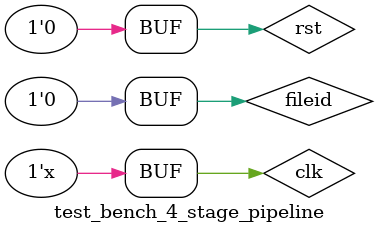
<source format=v>
`timescale 1ns / 1ps


module test_bench_4_stage_pipeline;

	// Inputs
	reg clk;
	reg rst;
	reg fileid;

	// Outputs
	wire [31:0] PCOUT;
	wire [31:0] INST;
	wire [31:0] rdata1;
	wire [31:0] rdata2;
	wire [31:0] rdata1_ID_EXE;
	wire [31:0] rdata2_ID_EXE;
	wire [31:0] imm_ID_EXE;
	wire [31:0] rdata2_imm_ID_EXE;
	wire [2:0] aluop_ID_EXE;
	wire alusrc_ID_EXE;
	wire [4:0] waddr_out_ID_EXE;
	wire [31:0] aluout;
	wire [4:0] waddr_out_EXE_WB;
	wire [31:0] aluout_EXE_WB;

	// Instantiate the Unit Under Test (UUT)
	pipelined_regfile_4stage uut (
		.clk(clk), 
		.rst(rst), 
		.fileid(fileid), 
		.PCOUT(PCOUT), 
		.INST(INST), 
		.rdata1(rdata1), 
		.rdata2(rdata2), 
		.rdata1_ID_EXE(rdata1_ID_EXE), 
		.rdata2_ID_EXE(rdata2_ID_EXE), 
		.imm_ID_EXE(imm_ID_EXE), 
		.rdata2_imm_ID_EXE(rdata2_imm_ID_EXE), 
		.aluop_ID_EXE(aluop_ID_EXE), 
		.alusrc_ID_EXE(alusrc_ID_EXE), 
		.waddr_out_ID_EXE(waddr_out_ID_EXE), 
		.aluout(aluout), 
		.waddr_out_EXE_WB(waddr_out_EXE_WB), 
		.aluout_EXE_WB(aluout_EXE_WB)
	);
always #15 clk = ~clk;
	initial begin
		// Initialize Inputs
		clk = 0;
		rst = 0;
		fileid = 0;

		// Wait 100 ns for global reset to finish
		#100;
        
		// Add stimulus here
#25 rst =1;
#25 rst=0;
	end
      
endmodule


</source>
